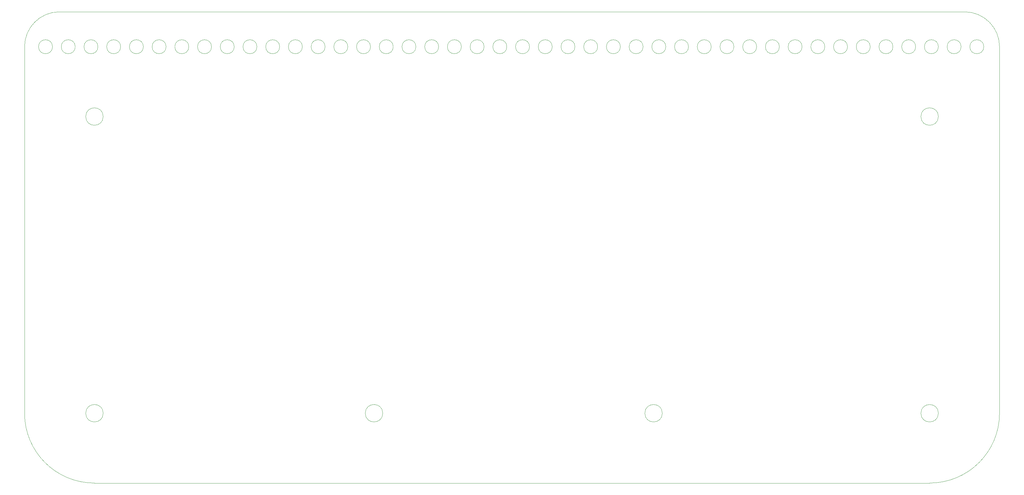
<source format=gbr>
%TF.GenerationSoftware,KiCad,Pcbnew,(5.1.7)-1*%
%TF.CreationDate,2020-11-19T07:16:12+01:00*%
%TF.ProjectId,power_distribution_v01,706f7765-725f-4646-9973-747269627574,rev?*%
%TF.SameCoordinates,Original*%
%TF.FileFunction,Profile,NP*%
%FSLAX46Y46*%
G04 Gerber Fmt 4.6, Leading zero omitted, Abs format (unit mm)*
G04 Created by KiCad (PCBNEW (5.1.7)-1) date 2020-11-19 07:16:12*
%MOMM*%
%LPD*%
G01*
G04 APERTURE LIST*
%TA.AperFunction,Profile*%
%ADD10C,0.050000*%
%TD*%
%TA.AperFunction,Profile*%
%ADD11C,0.100000*%
%TD*%
G04 APERTURE END LIST*
D10*
X257500000Y-187500000D02*
G75*
G03*
X257500000Y-187500000I-2500000J0D01*
G01*
X177500000Y-187500000D02*
G75*
G03*
X177500000Y-187500000I-2500000J0D01*
G01*
X344000000Y-72500000D02*
G75*
G02*
X354000000Y-82500000I0J-10000000D01*
G01*
X354000000Y-187500000D02*
G75*
G02*
X334000000Y-207500000I-20000000J0D01*
G01*
X95000000Y-207500000D02*
G75*
G02*
X75000000Y-187500000I0J20000000D01*
G01*
X75000000Y-82500000D02*
G75*
G02*
X85000000Y-72500000I10000000J0D01*
G01*
X97500000Y-102500000D02*
G75*
G03*
X97500000Y-102500000I-2500000J0D01*
G01*
X97500000Y-187500000D02*
G75*
G03*
X97500000Y-187500000I-2500000J0D01*
G01*
X336500000Y-187500000D02*
G75*
G03*
X336500000Y-187500000I-2500000J0D01*
G01*
X336500000Y-102500000D02*
G75*
G03*
X336500000Y-102500000I-2500000J0D01*
G01*
X349500000Y-82500000D02*
G75*
G03*
X349500000Y-82500000I-2000000J0D01*
G01*
X343000000Y-82500000D02*
G75*
G03*
X343000000Y-82500000I-2000000J0D01*
G01*
X336500000Y-82500000D02*
G75*
G03*
X336500000Y-82500000I-2000000J0D01*
G01*
X330000000Y-82500000D02*
G75*
G03*
X330000000Y-82500000I-2000000J0D01*
G01*
X323500000Y-82500000D02*
G75*
G03*
X323500000Y-82500000I-2000000J0D01*
G01*
X317000000Y-82500000D02*
G75*
G03*
X317000000Y-82500000I-2000000J0D01*
G01*
X310500000Y-82500000D02*
G75*
G03*
X310500000Y-82500000I-2000000J0D01*
G01*
X304000000Y-82500000D02*
G75*
G03*
X304000000Y-82500000I-2000000J0D01*
G01*
X297500000Y-82500000D02*
G75*
G03*
X297500000Y-82500000I-2000000J0D01*
G01*
X291000000Y-82500000D02*
G75*
G03*
X291000000Y-82500000I-2000000J0D01*
G01*
X284500000Y-82500000D02*
G75*
G03*
X284500000Y-82500000I-2000000J0D01*
G01*
X278000000Y-82500000D02*
G75*
G03*
X278000000Y-82500000I-2000000J0D01*
G01*
X271500000Y-82500000D02*
G75*
G03*
X271500000Y-82500000I-2000000J0D01*
G01*
X265000000Y-82500000D02*
G75*
G03*
X265000000Y-82500000I-2000000J0D01*
G01*
X258500000Y-82500000D02*
G75*
G03*
X258500000Y-82500000I-2000000J0D01*
G01*
X252000000Y-82500000D02*
G75*
G03*
X252000000Y-82500000I-2000000J0D01*
G01*
X245500000Y-82500000D02*
G75*
G03*
X245500000Y-82500000I-2000000J0D01*
G01*
X239000000Y-82500000D02*
G75*
G03*
X239000000Y-82500000I-2000000J0D01*
G01*
X232500000Y-82500000D02*
G75*
G03*
X232500000Y-82500000I-2000000J0D01*
G01*
X226000000Y-82500000D02*
G75*
G03*
X226000000Y-82500000I-2000000J0D01*
G01*
X219500000Y-82500000D02*
G75*
G03*
X219500000Y-82500000I-2000000J0D01*
G01*
X213000000Y-82500000D02*
G75*
G03*
X213000000Y-82500000I-2000000J0D01*
G01*
X206500000Y-82500000D02*
G75*
G03*
X206500000Y-82500000I-2000000J0D01*
G01*
X200000000Y-82500000D02*
G75*
G03*
X200000000Y-82500000I-2000000J0D01*
G01*
X193500000Y-82500000D02*
G75*
G03*
X193500000Y-82500000I-2000000J0D01*
G01*
X187000000Y-82500000D02*
G75*
G03*
X187000000Y-82500000I-2000000J0D01*
G01*
X180500000Y-82500000D02*
G75*
G03*
X180500000Y-82500000I-2000000J0D01*
G01*
X174000000Y-82500000D02*
G75*
G03*
X174000000Y-82500000I-2000000J0D01*
G01*
X167500000Y-82500000D02*
G75*
G03*
X167500000Y-82500000I-2000000J0D01*
G01*
X161000000Y-82500000D02*
G75*
G03*
X161000000Y-82500000I-2000000J0D01*
G01*
X154500000Y-82500000D02*
G75*
G03*
X154500000Y-82500000I-2000000J0D01*
G01*
X148000000Y-82500000D02*
G75*
G03*
X148000000Y-82500000I-2000000J0D01*
G01*
X141500000Y-82500000D02*
G75*
G03*
X141500000Y-82500000I-2000000J0D01*
G01*
X135000000Y-82500000D02*
G75*
G03*
X135000000Y-82500000I-2000000J0D01*
G01*
X128500000Y-82500000D02*
G75*
G03*
X128500000Y-82500000I-2000000J0D01*
G01*
X122000000Y-82500000D02*
G75*
G03*
X122000000Y-82500000I-2000000J0D01*
G01*
X115500000Y-82500000D02*
G75*
G03*
X115500000Y-82500000I-2000000J0D01*
G01*
X109000000Y-82500000D02*
G75*
G03*
X109000000Y-82500000I-2000000J0D01*
G01*
X102500000Y-82500000D02*
G75*
G03*
X102500000Y-82500000I-2000000J0D01*
G01*
X96000000Y-82500000D02*
G75*
G03*
X96000000Y-82500000I-2000000J0D01*
G01*
X89500000Y-82500000D02*
G75*
G03*
X89500000Y-82500000I-2000000J0D01*
G01*
D11*
X85000000Y-72500000D02*
X344000000Y-72500000D01*
X75000000Y-187500000D02*
X75000000Y-82500000D01*
X334000000Y-207500000D02*
X95000000Y-207500000D01*
X354000000Y-82500000D02*
X354000000Y-187500000D01*
D10*
X83000000Y-82500000D02*
G75*
G03*
X83000000Y-82500000I-2000000J0D01*
G01*
M02*

</source>
